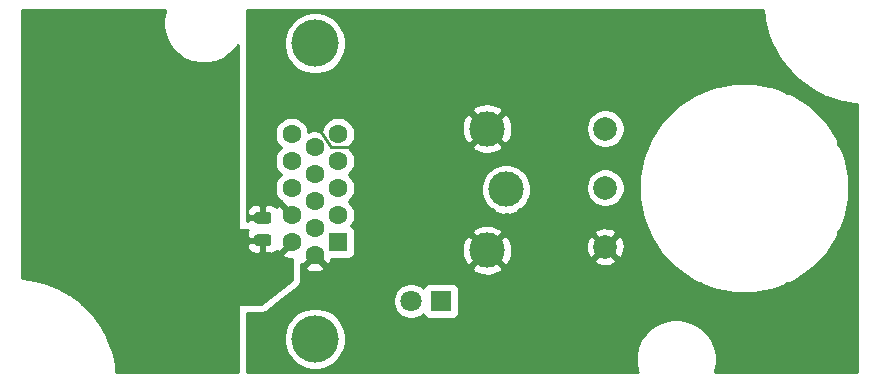
<source format=gbl>
G04 #@! TF.GenerationSoftware,KiCad,Pcbnew,5.1.10-88a1d61d58~90~ubuntu20.04.1*
G04 #@! TF.CreationDate,2021-10-27T23:57:33-06:00*
G04 #@! TF.ProjectId,Z680 Standalone Subwoofer,5a363830-2053-4746-916e-64616c6f6e65,rev?*
G04 #@! TF.SameCoordinates,Original*
G04 #@! TF.FileFunction,Copper,L2,Bot*
G04 #@! TF.FilePolarity,Positive*
%FSLAX46Y46*%
G04 Gerber Fmt 4.6, Leading zero omitted, Abs format (unit mm)*
G04 Created by KiCad (PCBNEW 5.1.10-88a1d61d58~90~ubuntu20.04.1) date 2021-10-27 23:57:33*
%MOMM*%
%LPD*%
G01*
G04 APERTURE LIST*
G04 #@! TA.AperFunction,ComponentPad*
%ADD10C,3.000000*%
G04 #@! TD*
G04 #@! TA.AperFunction,ComponentPad*
%ADD11C,4.000000*%
G04 #@! TD*
G04 #@! TA.AperFunction,ComponentPad*
%ADD12C,1.600000*%
G04 #@! TD*
G04 #@! TA.AperFunction,ComponentPad*
%ADD13R,1.600000X1.600000*%
G04 #@! TD*
G04 #@! TA.AperFunction,ComponentPad*
%ADD14C,2.000000*%
G04 #@! TD*
G04 #@! TA.AperFunction,ComponentPad*
%ADD15C,1.800000*%
G04 #@! TD*
G04 #@! TA.AperFunction,ComponentPad*
%ADD16R,1.800000X1.800000*%
G04 #@! TD*
G04 #@! TA.AperFunction,ViaPad*
%ADD17C,0.700000*%
G04 #@! TD*
G04 #@! TA.AperFunction,Conductor*
%ADD18C,0.250000*%
G04 #@! TD*
G04 #@! TA.AperFunction,Conductor*
%ADD19C,0.254000*%
G04 #@! TD*
G04 #@! TA.AperFunction,Conductor*
%ADD20C,0.150000*%
G04 #@! TD*
G04 APERTURE END LIST*
D10*
X50000000Y-20700000D03*
X50000000Y-31000000D03*
X51600000Y-25850000D03*
D11*
X35420000Y-38485000D03*
X35420000Y-13485000D03*
D12*
X33440000Y-21140000D03*
X33440000Y-23430000D03*
X33440000Y-25720000D03*
X33440000Y-28010000D03*
X33440000Y-30300000D03*
X35420000Y-22285000D03*
X35420000Y-24575000D03*
X35420000Y-26865000D03*
X35420000Y-29155000D03*
X35420000Y-31445000D03*
X37400000Y-21140000D03*
X37400000Y-23430000D03*
X37400000Y-25720000D03*
X37400000Y-28010000D03*
D13*
X37400000Y-30300000D03*
D14*
X60000000Y-25700000D03*
X60000000Y-30700000D03*
X60000000Y-20700000D03*
D15*
X43560000Y-35300000D03*
D16*
X46100000Y-35300000D03*
G04 #@! TA.AperFunction,SMDPad,CuDef*
G36*
G01*
X30525000Y-29650000D02*
X31475000Y-29650000D01*
G75*
G02*
X31725000Y-29900000I0J-250000D01*
G01*
X31725000Y-30400000D01*
G75*
G02*
X31475000Y-30650000I-250000J0D01*
G01*
X30525000Y-30650000D01*
G75*
G02*
X30275000Y-30400000I0J250000D01*
G01*
X30275000Y-29900000D01*
G75*
G02*
X30525000Y-29650000I250000J0D01*
G01*
G37*
G04 #@! TD.AperFunction*
G04 #@! TA.AperFunction,SMDPad,CuDef*
G36*
G01*
X30525000Y-27750000D02*
X31475000Y-27750000D01*
G75*
G02*
X31725000Y-28000000I0J-250000D01*
G01*
X31725000Y-28500000D01*
G75*
G02*
X31475000Y-28750000I-250000J0D01*
G01*
X30525000Y-28750000D01*
G75*
G02*
X30275000Y-28500000I0J250000D01*
G01*
X30275000Y-28000000D01*
G75*
G02*
X30525000Y-27750000I250000J0D01*
G01*
G37*
G04 #@! TD.AperFunction*
D17*
X20750000Y-30750000D03*
X24750000Y-30750000D03*
X23750000Y-34750000D03*
X22750000Y-34750000D03*
X21750000Y-34750000D03*
X23750000Y-33750000D03*
X22750000Y-33750000D03*
X21750000Y-33750000D03*
X21750000Y-32750000D03*
X22750000Y-32750000D03*
X23750000Y-32750000D03*
X23750000Y-31750000D03*
X22750000Y-31750000D03*
X21750000Y-31750000D03*
X21750000Y-30750000D03*
X22750000Y-30750000D03*
X23750000Y-30750000D03*
X23750000Y-35750000D03*
X22750000Y-35750000D03*
X21750000Y-35750000D03*
X20750000Y-33750000D03*
X20750000Y-34750000D03*
X24750000Y-34750000D03*
X24750000Y-33750000D03*
X24750000Y-32750000D03*
X20750000Y-32750000D03*
X20750000Y-35750000D03*
X24750000Y-35750000D03*
X24750000Y-31750000D03*
X20750000Y-31750000D03*
X26500000Y-32500000D03*
X26500000Y-34000000D03*
X23500000Y-37500000D03*
X22000000Y-37500000D03*
X19000000Y-32500000D03*
X19000000Y-34000000D03*
X17000000Y-31500000D03*
X16000000Y-29000000D03*
X28500000Y-31500000D03*
X29500000Y-30500000D03*
X31500000Y-31500000D03*
X32500000Y-32500000D03*
X30000000Y-31500000D03*
X11000000Y-11000000D03*
X22400000Y-11000000D03*
X17000000Y-11000000D03*
X11000000Y-33000000D03*
X11000000Y-22000000D03*
X28500000Y-22000000D03*
X11000000Y-16500000D03*
X11000000Y-27500000D03*
X28500000Y-16500000D03*
X19000000Y-41000000D03*
X28500000Y-41000000D03*
X28500000Y-36000000D03*
X31000000Y-35000000D03*
X16500000Y-35500000D03*
X17000000Y-16500000D03*
X22400000Y-16500000D03*
X22400000Y-22000000D03*
X17000000Y-22000000D03*
X56183330Y-14350000D03*
X49141665Y-14400000D03*
X44916666Y-14400000D03*
X51958331Y-14400000D03*
X47733332Y-14400000D03*
X59000000Y-14450000D03*
X43508333Y-14400000D03*
X46324999Y-14400000D03*
X53366664Y-14400000D03*
X54774997Y-14400000D03*
X50549998Y-14400000D03*
X42100000Y-14400000D03*
X57591663Y-14400000D03*
X58700000Y-23200000D03*
X61375000Y-23075000D03*
X61050000Y-19100000D03*
X59000000Y-16950000D03*
X60000000Y-17950000D03*
X57591663Y-16900000D03*
X42100000Y-16900000D03*
X43508333Y-16900000D03*
X44916666Y-16900000D03*
X46324999Y-16900000D03*
X47733332Y-16900000D03*
X49141665Y-16900000D03*
X50549998Y-16900000D03*
X51958331Y-16900000D03*
X53366664Y-16900000D03*
X54774997Y-16900000D03*
X56183330Y-16850000D03*
X38750000Y-20150000D03*
X39550000Y-19350000D03*
X40300000Y-18600000D03*
X41150000Y-17750000D03*
X36250000Y-19800000D03*
X36800000Y-18750000D03*
X37650000Y-17950000D03*
X38450000Y-17150000D03*
X39300000Y-16250000D03*
X40200000Y-15400000D03*
X41000000Y-14650000D03*
X58450000Y-19500000D03*
X56900000Y-19550000D03*
X57100000Y-21850000D03*
X58500000Y-21850000D03*
X53750000Y-26850000D03*
X54350000Y-24600000D03*
X55200000Y-23700000D03*
X56100000Y-22800000D03*
X50250000Y-23700000D03*
X53050000Y-22650000D03*
X53900000Y-21800000D03*
X54800000Y-20850000D03*
X55600000Y-20050000D03*
X60250000Y-14750000D03*
X61000000Y-15450000D03*
X61700000Y-16200000D03*
X62400000Y-16950000D03*
X63200000Y-17700000D03*
X63350000Y-22350000D03*
X63350000Y-21250000D03*
X63350000Y-20150000D03*
X63350000Y-18950000D03*
X62700000Y-24600000D03*
X61900000Y-25750000D03*
X61300000Y-27100000D03*
X60000000Y-27600000D03*
X58650000Y-27100000D03*
X58150000Y-25700000D03*
X58650000Y-24400000D03*
X35800000Y-20700000D03*
X39150000Y-21150000D03*
X49150000Y-25650000D03*
X51650000Y-28150000D03*
X51650000Y-23250000D03*
X49500000Y-24600000D03*
X49500000Y-26850000D03*
X50400000Y-27750000D03*
X54000000Y-25650000D03*
X52850000Y-27750000D03*
X38800000Y-22300000D03*
X31700000Y-24600000D03*
X30000000Y-26350000D03*
X34600000Y-34250000D03*
X50000000Y-37333330D03*
X40050000Y-37500000D03*
X39350000Y-31250000D03*
X42100000Y-34050000D03*
X30000000Y-41000000D03*
X34000000Y-41000000D03*
X38000000Y-41000000D03*
X42000000Y-41000000D03*
X46000000Y-41000000D03*
X50000000Y-41000000D03*
X54000000Y-41000000D03*
X58000000Y-41000000D03*
X62000000Y-41000000D03*
X69600000Y-41000000D03*
X73333333Y-41000000D03*
X77166666Y-41000000D03*
X81000000Y-41000000D03*
X81000000Y-33666664D03*
X81000000Y-29999998D03*
X81000000Y-26333332D03*
X81000000Y-22666666D03*
X81000000Y-19000000D03*
X30000000Y-11000000D03*
X33909090Y-11000000D03*
X37818180Y-11000000D03*
X41727270Y-11000000D03*
X45636360Y-11000000D03*
X49545450Y-11000000D03*
X53454540Y-11000000D03*
X57363630Y-11000000D03*
X61272720Y-11000000D03*
X65250000Y-11000000D03*
X69250000Y-11000000D03*
X73000000Y-11000000D03*
X30000000Y-15000000D03*
X30000000Y-19000000D03*
X30000000Y-23000000D03*
X30000000Y-37000000D03*
X33000000Y-36000000D03*
X72000000Y-35000000D03*
X72000000Y-16500000D03*
X66500000Y-18000000D03*
X78000000Y-19000000D03*
X78000000Y-32500000D03*
X65000000Y-32000000D03*
X63000000Y-29000000D03*
X68000000Y-34000000D03*
X75500000Y-34000000D03*
X69000000Y-17000000D03*
X75500000Y-17500000D03*
X64500000Y-20000000D03*
X80000000Y-22000000D03*
X80000000Y-29500000D03*
X77000000Y-17500000D03*
X39000000Y-24500000D03*
X39000000Y-27000000D03*
X32000000Y-27000000D03*
X37500000Y-32000000D03*
X52000000Y-32500000D03*
X48000000Y-32500000D03*
X52000000Y-29000000D03*
X48000000Y-22500000D03*
X52000000Y-22500000D03*
X52000000Y-19000000D03*
X48000000Y-19000000D03*
X61500000Y-29500000D03*
X58500000Y-29500000D03*
X58500000Y-32000000D03*
X61500000Y-32000000D03*
X81000000Y-37333330D03*
X58000000Y-37333330D03*
X62000000Y-37333330D03*
X69600000Y-37333330D03*
X69250000Y-14500000D03*
X65250000Y-14500000D03*
X74000000Y-14500000D03*
X48000000Y-29000000D03*
D18*
X35800000Y-20700000D02*
X36750000Y-22250000D01*
X36750000Y-22250000D02*
X36900000Y-22300000D01*
X36900000Y-22300000D02*
X38800000Y-22300000D01*
D19*
X73440955Y-11308425D02*
X73446629Y-11344251D01*
X73451175Y-11380236D01*
X73455535Y-11400487D01*
X73455538Y-11400505D01*
X73455542Y-11400518D01*
X73710702Y-12501352D01*
X73721367Y-12536021D01*
X73730938Y-12571006D01*
X73738114Y-12590458D01*
X74145842Y-13644369D01*
X74161289Y-13677197D01*
X74175691Y-13710477D01*
X74185536Y-13728724D01*
X74737693Y-14714672D01*
X74757613Y-14744998D01*
X74776560Y-14775916D01*
X74788869Y-14792581D01*
X74788877Y-14792593D01*
X74788884Y-14792601D01*
X75474448Y-15690905D01*
X75498435Y-15718113D01*
X75521555Y-15746061D01*
X75536100Y-15760837D01*
X76341406Y-16553590D01*
X76368999Y-16577157D01*
X76395815Y-16601557D01*
X76412296Y-16614136D01*
X77321266Y-17285511D01*
X77351896Y-17304949D01*
X77381891Y-17325334D01*
X77399981Y-17335465D01*
X78394479Y-17872067D01*
X78427539Y-17886995D01*
X78460111Y-17902951D01*
X78479441Y-17910429D01*
X78479447Y-17910432D01*
X78479452Y-17910433D01*
X79539634Y-18301555D01*
X79574482Y-18311680D01*
X79608962Y-18322883D01*
X79629143Y-18327561D01*
X79629160Y-18327566D01*
X79629174Y-18327568D01*
X80733879Y-18565405D01*
X80769811Y-18570519D01*
X80805520Y-18576751D01*
X80826176Y-18578541D01*
X81340000Y-18614922D01*
X81340001Y-41340000D01*
X69257866Y-41340000D01*
X69295303Y-41249619D01*
X69427000Y-40587530D01*
X69427000Y-39912470D01*
X69295303Y-39250381D01*
X69036968Y-38626707D01*
X68661925Y-38065415D01*
X68184585Y-37588075D01*
X67623293Y-37213032D01*
X66999619Y-36954697D01*
X66337530Y-36823000D01*
X65662470Y-36823000D01*
X65000381Y-36954697D01*
X64376707Y-37213032D01*
X63815415Y-37588075D01*
X63338075Y-38065415D01*
X62963032Y-38626707D01*
X62704697Y-39250381D01*
X62573000Y-39912470D01*
X62573000Y-40587530D01*
X62704697Y-41249619D01*
X62742134Y-41340000D01*
X29635000Y-41340000D01*
X29635000Y-38225475D01*
X32785000Y-38225475D01*
X32785000Y-38744525D01*
X32886261Y-39253601D01*
X33084893Y-39733141D01*
X33373262Y-40164715D01*
X33740285Y-40531738D01*
X34171859Y-40820107D01*
X34651399Y-41018739D01*
X35160475Y-41120000D01*
X35679525Y-41120000D01*
X36188601Y-41018739D01*
X36668141Y-40820107D01*
X37099715Y-40531738D01*
X37466738Y-40164715D01*
X37755107Y-39733141D01*
X37953739Y-39253601D01*
X38055000Y-38744525D01*
X38055000Y-38225475D01*
X37953739Y-37716399D01*
X37755107Y-37236859D01*
X37466738Y-36805285D01*
X37099715Y-36438262D01*
X36668141Y-36149893D01*
X36188601Y-35951261D01*
X35679525Y-35850000D01*
X35160475Y-35850000D01*
X34651399Y-35951261D01*
X34171859Y-36149893D01*
X33740285Y-36438262D01*
X33373262Y-36805285D01*
X33084893Y-37236859D01*
X32886261Y-37716399D01*
X32785000Y-38225475D01*
X29635000Y-38225475D01*
X29635000Y-36335000D01*
X30900000Y-36335000D01*
X31068361Y-36312274D01*
X31184575Y-36267664D01*
X31289852Y-36201239D01*
X32642967Y-35148816D01*
X42025000Y-35148816D01*
X42025000Y-35451184D01*
X42083989Y-35747743D01*
X42199701Y-36027095D01*
X42367688Y-36278505D01*
X42581495Y-36492312D01*
X42832905Y-36660299D01*
X43112257Y-36776011D01*
X43408816Y-36835000D01*
X43711184Y-36835000D01*
X44007743Y-36776011D01*
X44287095Y-36660299D01*
X44538505Y-36492312D01*
X44604944Y-36425873D01*
X44610498Y-36444180D01*
X44669463Y-36554494D01*
X44748815Y-36651185D01*
X44845506Y-36730537D01*
X44955820Y-36789502D01*
X45075518Y-36825812D01*
X45200000Y-36838072D01*
X47000000Y-36838072D01*
X47124482Y-36825812D01*
X47244180Y-36789502D01*
X47354494Y-36730537D01*
X47451185Y-36651185D01*
X47530537Y-36554494D01*
X47589502Y-36444180D01*
X47625812Y-36324482D01*
X47638072Y-36200000D01*
X47638072Y-34400000D01*
X47625812Y-34275518D01*
X47589502Y-34155820D01*
X47530537Y-34045506D01*
X47451185Y-33948815D01*
X47354494Y-33869463D01*
X47244180Y-33810498D01*
X47124482Y-33774188D01*
X47000000Y-33761928D01*
X45200000Y-33761928D01*
X45075518Y-33774188D01*
X44955820Y-33810498D01*
X44845506Y-33869463D01*
X44748815Y-33948815D01*
X44669463Y-34045506D01*
X44610498Y-34155820D01*
X44604944Y-34174127D01*
X44538505Y-34107688D01*
X44287095Y-33939701D01*
X44007743Y-33823989D01*
X43711184Y-33765000D01*
X43408816Y-33765000D01*
X43112257Y-33823989D01*
X42832905Y-33939701D01*
X42581495Y-34107688D01*
X42367688Y-34321495D01*
X42199701Y-34572905D01*
X42083989Y-34852257D01*
X42025000Y-35148816D01*
X32642967Y-35148816D01*
X33989852Y-34101239D01*
X34049013Y-34049013D01*
X34127983Y-33952787D01*
X34186664Y-33843004D01*
X34222799Y-33723882D01*
X34235000Y-33600000D01*
X34235000Y-32437702D01*
X34606903Y-32437702D01*
X34678486Y-32681671D01*
X34933996Y-32802571D01*
X35208184Y-32871300D01*
X35490512Y-32885217D01*
X35770130Y-32843787D01*
X36036292Y-32748603D01*
X36161514Y-32681671D01*
X36217267Y-32491653D01*
X48687952Y-32491653D01*
X48843962Y-32807214D01*
X49218745Y-32998020D01*
X49623551Y-33112044D01*
X50042824Y-33144902D01*
X50460451Y-33095334D01*
X50860383Y-32965243D01*
X51156038Y-32807214D01*
X51312048Y-32491653D01*
X50000000Y-31179605D01*
X48687952Y-32491653D01*
X36217267Y-32491653D01*
X36233097Y-32437702D01*
X35420000Y-31624605D01*
X34606903Y-32437702D01*
X34235000Y-32437702D01*
X34235000Y-32201675D01*
X34427298Y-32258097D01*
X35240395Y-31445000D01*
X35226253Y-31430858D01*
X35405858Y-31251253D01*
X35420000Y-31265395D01*
X35434143Y-31251253D01*
X35613748Y-31430858D01*
X35599605Y-31445000D01*
X36412702Y-32258097D01*
X36656671Y-32186514D01*
X36777571Y-31931004D01*
X36825932Y-31738072D01*
X38200000Y-31738072D01*
X38324482Y-31725812D01*
X38444180Y-31689502D01*
X38554494Y-31630537D01*
X38651185Y-31551185D01*
X38730537Y-31454494D01*
X38789502Y-31344180D01*
X38825812Y-31224482D01*
X38838072Y-31100000D01*
X38838072Y-31042824D01*
X47855098Y-31042824D01*
X47904666Y-31460451D01*
X48034757Y-31860383D01*
X48192786Y-32156038D01*
X48508347Y-32312048D01*
X49820395Y-31000000D01*
X50179605Y-31000000D01*
X51491653Y-32312048D01*
X51807214Y-32156038D01*
X51970447Y-31835413D01*
X59044192Y-31835413D01*
X59139956Y-32099814D01*
X59429571Y-32240704D01*
X59741108Y-32322384D01*
X60062595Y-32341718D01*
X60381675Y-32297961D01*
X60686088Y-32192795D01*
X60860044Y-32099814D01*
X60955808Y-31835413D01*
X60000000Y-30879605D01*
X59044192Y-31835413D01*
X51970447Y-31835413D01*
X51998020Y-31781255D01*
X52112044Y-31376449D01*
X52144902Y-30957176D01*
X52121808Y-30762595D01*
X58358282Y-30762595D01*
X58402039Y-31081675D01*
X58507205Y-31386088D01*
X58600186Y-31560044D01*
X58864587Y-31655808D01*
X59820395Y-30700000D01*
X60179605Y-30700000D01*
X61135413Y-31655808D01*
X61399814Y-31560044D01*
X61540704Y-31270429D01*
X61622384Y-30958892D01*
X61641718Y-30637405D01*
X61597961Y-30318325D01*
X61492795Y-30013912D01*
X61399814Y-29839956D01*
X61135413Y-29744192D01*
X60179605Y-30700000D01*
X59820395Y-30700000D01*
X58864587Y-29744192D01*
X58600186Y-29839956D01*
X58459296Y-30129571D01*
X58377616Y-30441108D01*
X58358282Y-30762595D01*
X52121808Y-30762595D01*
X52095334Y-30539549D01*
X51965243Y-30139617D01*
X51807214Y-29843962D01*
X51491653Y-29687952D01*
X50179605Y-31000000D01*
X49820395Y-31000000D01*
X48508347Y-29687952D01*
X48192786Y-29843962D01*
X48001980Y-30218745D01*
X47887956Y-30623551D01*
X47855098Y-31042824D01*
X38838072Y-31042824D01*
X38838072Y-29508347D01*
X48687952Y-29508347D01*
X50000000Y-30820395D01*
X51255808Y-29564587D01*
X59044192Y-29564587D01*
X60000000Y-30520395D01*
X60955808Y-29564587D01*
X60860044Y-29300186D01*
X60570429Y-29159296D01*
X60258892Y-29077616D01*
X59937405Y-29058282D01*
X59618325Y-29102039D01*
X59313912Y-29207205D01*
X59139956Y-29300186D01*
X59044192Y-29564587D01*
X51255808Y-29564587D01*
X51312048Y-29508347D01*
X51156038Y-29192786D01*
X50781255Y-29001980D01*
X50376449Y-28887956D01*
X49957176Y-28855098D01*
X49539549Y-28904666D01*
X49139617Y-29034757D01*
X48843962Y-29192786D01*
X48687952Y-29508347D01*
X38838072Y-29508347D01*
X38838072Y-29500000D01*
X38825812Y-29375518D01*
X38789502Y-29255820D01*
X38730537Y-29145506D01*
X38651185Y-29048815D01*
X38554494Y-28969463D01*
X38499388Y-28940008D01*
X38514637Y-28924759D01*
X38671680Y-28689727D01*
X38779853Y-28428574D01*
X38835000Y-28151335D01*
X38835000Y-27868665D01*
X38779853Y-27591426D01*
X38671680Y-27330273D01*
X38514637Y-27095241D01*
X38314759Y-26895363D01*
X38269317Y-26865000D01*
X38314759Y-26834637D01*
X38514637Y-26634759D01*
X38671680Y-26399727D01*
X38779853Y-26138574D01*
X38835000Y-25861335D01*
X38835000Y-25639721D01*
X49465000Y-25639721D01*
X49465000Y-26060279D01*
X49547047Y-26472756D01*
X49707988Y-26861302D01*
X49941637Y-27210983D01*
X50239017Y-27508363D01*
X50588698Y-27742012D01*
X50977244Y-27902953D01*
X51389721Y-27985000D01*
X51810279Y-27985000D01*
X52222756Y-27902953D01*
X52611302Y-27742012D01*
X52960983Y-27508363D01*
X53258363Y-27210983D01*
X53492012Y-26861302D01*
X53652953Y-26472756D01*
X53735000Y-26060279D01*
X53735000Y-25639721D01*
X53714959Y-25538967D01*
X58365000Y-25538967D01*
X58365000Y-25861033D01*
X58427832Y-26176912D01*
X58551082Y-26474463D01*
X58730013Y-26742252D01*
X58957748Y-26969987D01*
X59225537Y-27148918D01*
X59523088Y-27272168D01*
X59838967Y-27335000D01*
X60161033Y-27335000D01*
X60476912Y-27272168D01*
X60774463Y-27148918D01*
X61042252Y-26969987D01*
X61269987Y-26742252D01*
X61448918Y-26474463D01*
X61572168Y-26176912D01*
X61635000Y-25861033D01*
X61635000Y-25538967D01*
X61572168Y-25223088D01*
X61448918Y-24925537D01*
X61381678Y-24824904D01*
X62865000Y-24824904D01*
X62865000Y-26575096D01*
X63206445Y-28291659D01*
X63876215Y-29908626D01*
X64848570Y-31363858D01*
X66086142Y-32601430D01*
X67541374Y-33573785D01*
X69158341Y-34243555D01*
X70874904Y-34585000D01*
X72625096Y-34585000D01*
X74341659Y-34243555D01*
X75958626Y-33573785D01*
X77413858Y-32601430D01*
X78651430Y-31363858D01*
X79623785Y-29908626D01*
X80293555Y-28291659D01*
X80635000Y-26575096D01*
X80635000Y-24824904D01*
X80293555Y-23108341D01*
X79623785Y-21491374D01*
X78651430Y-20036142D01*
X77413858Y-18798570D01*
X75958626Y-17826215D01*
X74341659Y-17156445D01*
X72625096Y-16815000D01*
X70874904Y-16815000D01*
X69158341Y-17156445D01*
X67541374Y-17826215D01*
X66086142Y-18798570D01*
X64848570Y-20036142D01*
X63876215Y-21491374D01*
X63206445Y-23108341D01*
X62865000Y-24824904D01*
X61381678Y-24824904D01*
X61269987Y-24657748D01*
X61042252Y-24430013D01*
X60774463Y-24251082D01*
X60476912Y-24127832D01*
X60161033Y-24065000D01*
X59838967Y-24065000D01*
X59523088Y-24127832D01*
X59225537Y-24251082D01*
X58957748Y-24430013D01*
X58730013Y-24657748D01*
X58551082Y-24925537D01*
X58427832Y-25223088D01*
X58365000Y-25538967D01*
X53714959Y-25538967D01*
X53652953Y-25227244D01*
X53492012Y-24838698D01*
X53258363Y-24489017D01*
X52960983Y-24191637D01*
X52611302Y-23957988D01*
X52222756Y-23797047D01*
X51810279Y-23715000D01*
X51389721Y-23715000D01*
X50977244Y-23797047D01*
X50588698Y-23957988D01*
X50239017Y-24191637D01*
X49941637Y-24489017D01*
X49707988Y-24838698D01*
X49547047Y-25227244D01*
X49465000Y-25639721D01*
X38835000Y-25639721D01*
X38835000Y-25578665D01*
X38779853Y-25301426D01*
X38671680Y-25040273D01*
X38514637Y-24805241D01*
X38314759Y-24605363D01*
X38269317Y-24575000D01*
X38314759Y-24544637D01*
X38514637Y-24344759D01*
X38671680Y-24109727D01*
X38779853Y-23848574D01*
X38835000Y-23571335D01*
X38835000Y-23288665D01*
X38779853Y-23011426D01*
X38671680Y-22750273D01*
X38514637Y-22515241D01*
X38314759Y-22315363D01*
X38269317Y-22285000D01*
X38314759Y-22254637D01*
X38377743Y-22191653D01*
X48687952Y-22191653D01*
X48843962Y-22507214D01*
X49218745Y-22698020D01*
X49623551Y-22812044D01*
X50042824Y-22844902D01*
X50460451Y-22795334D01*
X50860383Y-22665243D01*
X51156038Y-22507214D01*
X51312048Y-22191653D01*
X50000000Y-20879605D01*
X48687952Y-22191653D01*
X38377743Y-22191653D01*
X38514637Y-22054759D01*
X38671680Y-21819727D01*
X38779853Y-21558574D01*
X38835000Y-21281335D01*
X38835000Y-20998665D01*
X38784110Y-20742824D01*
X47855098Y-20742824D01*
X47904666Y-21160451D01*
X48034757Y-21560383D01*
X48192786Y-21856038D01*
X48508347Y-22012048D01*
X49820395Y-20700000D01*
X50179605Y-20700000D01*
X51491653Y-22012048D01*
X51807214Y-21856038D01*
X51998020Y-21481255D01*
X52112044Y-21076449D01*
X52144902Y-20657176D01*
X52130872Y-20538967D01*
X58365000Y-20538967D01*
X58365000Y-20861033D01*
X58427832Y-21176912D01*
X58551082Y-21474463D01*
X58730013Y-21742252D01*
X58957748Y-21969987D01*
X59225537Y-22148918D01*
X59523088Y-22272168D01*
X59838967Y-22335000D01*
X60161033Y-22335000D01*
X60476912Y-22272168D01*
X60774463Y-22148918D01*
X61042252Y-21969987D01*
X61269987Y-21742252D01*
X61448918Y-21474463D01*
X61572168Y-21176912D01*
X61635000Y-20861033D01*
X61635000Y-20538967D01*
X61572168Y-20223088D01*
X61448918Y-19925537D01*
X61269987Y-19657748D01*
X61042252Y-19430013D01*
X60774463Y-19251082D01*
X60476912Y-19127832D01*
X60161033Y-19065000D01*
X59838967Y-19065000D01*
X59523088Y-19127832D01*
X59225537Y-19251082D01*
X58957748Y-19430013D01*
X58730013Y-19657748D01*
X58551082Y-19925537D01*
X58427832Y-20223088D01*
X58365000Y-20538967D01*
X52130872Y-20538967D01*
X52095334Y-20239549D01*
X51965243Y-19839617D01*
X51807214Y-19543962D01*
X51491653Y-19387952D01*
X50179605Y-20700000D01*
X49820395Y-20700000D01*
X48508347Y-19387952D01*
X48192786Y-19543962D01*
X48001980Y-19918745D01*
X47887956Y-20323551D01*
X47855098Y-20742824D01*
X38784110Y-20742824D01*
X38779853Y-20721426D01*
X38671680Y-20460273D01*
X38514637Y-20225241D01*
X38314759Y-20025363D01*
X38079727Y-19868320D01*
X37818574Y-19760147D01*
X37541335Y-19705000D01*
X37258665Y-19705000D01*
X36981426Y-19760147D01*
X36720273Y-19868320D01*
X36485241Y-20025363D01*
X36285363Y-20225241D01*
X36128320Y-20460273D01*
X36020147Y-20721426D01*
X35972562Y-20960647D01*
X35838574Y-20905147D01*
X35561335Y-20850000D01*
X35278665Y-20850000D01*
X35001426Y-20905147D01*
X34867438Y-20960647D01*
X34819853Y-20721426D01*
X34711680Y-20460273D01*
X34554637Y-20225241D01*
X34354759Y-20025363D01*
X34119727Y-19868320D01*
X33858574Y-19760147D01*
X33581335Y-19705000D01*
X33298665Y-19705000D01*
X33021426Y-19760147D01*
X32760273Y-19868320D01*
X32525241Y-20025363D01*
X32325363Y-20225241D01*
X32168320Y-20460273D01*
X32060147Y-20721426D01*
X32005000Y-20998665D01*
X32005000Y-21281335D01*
X32060147Y-21558574D01*
X32168320Y-21819727D01*
X32325363Y-22054759D01*
X32525241Y-22254637D01*
X32570683Y-22285000D01*
X32525241Y-22315363D01*
X32325363Y-22515241D01*
X32168320Y-22750273D01*
X32060147Y-23011426D01*
X32005000Y-23288665D01*
X32005000Y-23571335D01*
X32060147Y-23848574D01*
X32168320Y-24109727D01*
X32325363Y-24344759D01*
X32525241Y-24544637D01*
X32570683Y-24575000D01*
X32525241Y-24605363D01*
X32325363Y-24805241D01*
X32168320Y-25040273D01*
X32060147Y-25301426D01*
X32005000Y-25578665D01*
X32005000Y-25861335D01*
X32060147Y-26138574D01*
X32168320Y-26399727D01*
X32325363Y-26634759D01*
X32525241Y-26834637D01*
X32655049Y-26921372D01*
X32626903Y-27017298D01*
X33440000Y-27830395D01*
X33454143Y-27816253D01*
X33633748Y-27995858D01*
X33619605Y-28010000D01*
X33633748Y-28024143D01*
X33454143Y-28203748D01*
X33440000Y-28189605D01*
X33425858Y-28203748D01*
X33246253Y-28024143D01*
X33260395Y-28010000D01*
X32447298Y-27196903D01*
X32203329Y-27268486D01*
X32184300Y-27308703D01*
X32176185Y-27298815D01*
X32079494Y-27219463D01*
X31969180Y-27160498D01*
X31849482Y-27124188D01*
X31725000Y-27111928D01*
X31285750Y-27115000D01*
X31127000Y-27273750D01*
X31127000Y-28123000D01*
X31147000Y-28123000D01*
X31147000Y-28377000D01*
X31127000Y-28377000D01*
X31127000Y-28397000D01*
X30873000Y-28397000D01*
X30873000Y-28377000D01*
X29798750Y-28377000D01*
X29640000Y-28535750D01*
X29639581Y-28565000D01*
X29635000Y-28565000D01*
X29635000Y-27750000D01*
X29636928Y-27750000D01*
X29640000Y-27964250D01*
X29798750Y-28123000D01*
X30873000Y-28123000D01*
X30873000Y-27273750D01*
X30714250Y-27115000D01*
X30275000Y-27111928D01*
X30150518Y-27124188D01*
X30030820Y-27160498D01*
X29920506Y-27219463D01*
X29823815Y-27298815D01*
X29744463Y-27395506D01*
X29685498Y-27505820D01*
X29649188Y-27625518D01*
X29636928Y-27750000D01*
X29635000Y-27750000D01*
X29635000Y-19208347D01*
X48687952Y-19208347D01*
X50000000Y-20520395D01*
X51312048Y-19208347D01*
X51156038Y-18892786D01*
X50781255Y-18701980D01*
X50376449Y-18587956D01*
X49957176Y-18555098D01*
X49539549Y-18604666D01*
X49139617Y-18734757D01*
X48843962Y-18892786D01*
X48687952Y-19208347D01*
X29635000Y-19208347D01*
X29635000Y-13225475D01*
X32785000Y-13225475D01*
X32785000Y-13744525D01*
X32886261Y-14253601D01*
X33084893Y-14733141D01*
X33373262Y-15164715D01*
X33740285Y-15531738D01*
X34171859Y-15820107D01*
X34651399Y-16018739D01*
X35160475Y-16120000D01*
X35679525Y-16120000D01*
X36188601Y-16018739D01*
X36668141Y-15820107D01*
X37099715Y-15531738D01*
X37466738Y-15164715D01*
X37755107Y-14733141D01*
X37953739Y-14253601D01*
X38055000Y-13744525D01*
X38055000Y-13225475D01*
X37953739Y-12716399D01*
X37755107Y-12236859D01*
X37466738Y-11805285D01*
X37099715Y-11438262D01*
X36668141Y-11149893D01*
X36188601Y-10951261D01*
X35679525Y-10850000D01*
X35160475Y-10850000D01*
X34651399Y-10951261D01*
X34171859Y-11149893D01*
X33740285Y-11438262D01*
X33373262Y-11805285D01*
X33084893Y-12236859D01*
X32886261Y-12716399D01*
X32785000Y-13225475D01*
X29635000Y-13225475D01*
X29635000Y-10660000D01*
X73384795Y-10660000D01*
X73440955Y-11308425D01*
G04 #@! TA.AperFunction,Conductor*
D20*
G36*
X73440955Y-11308425D02*
G01*
X73446629Y-11344251D01*
X73451175Y-11380236D01*
X73455535Y-11400487D01*
X73455538Y-11400505D01*
X73455542Y-11400518D01*
X73710702Y-12501352D01*
X73721367Y-12536021D01*
X73730938Y-12571006D01*
X73738114Y-12590458D01*
X74145842Y-13644369D01*
X74161289Y-13677197D01*
X74175691Y-13710477D01*
X74185536Y-13728724D01*
X74737693Y-14714672D01*
X74757613Y-14744998D01*
X74776560Y-14775916D01*
X74788869Y-14792581D01*
X74788877Y-14792593D01*
X74788884Y-14792601D01*
X75474448Y-15690905D01*
X75498435Y-15718113D01*
X75521555Y-15746061D01*
X75536100Y-15760837D01*
X76341406Y-16553590D01*
X76368999Y-16577157D01*
X76395815Y-16601557D01*
X76412296Y-16614136D01*
X77321266Y-17285511D01*
X77351896Y-17304949D01*
X77381891Y-17325334D01*
X77399981Y-17335465D01*
X78394479Y-17872067D01*
X78427539Y-17886995D01*
X78460111Y-17902951D01*
X78479441Y-17910429D01*
X78479447Y-17910432D01*
X78479452Y-17910433D01*
X79539634Y-18301555D01*
X79574482Y-18311680D01*
X79608962Y-18322883D01*
X79629143Y-18327561D01*
X79629160Y-18327566D01*
X79629174Y-18327568D01*
X80733879Y-18565405D01*
X80769811Y-18570519D01*
X80805520Y-18576751D01*
X80826176Y-18578541D01*
X81340000Y-18614922D01*
X81340001Y-41340000D01*
X69257866Y-41340000D01*
X69295303Y-41249619D01*
X69427000Y-40587530D01*
X69427000Y-39912470D01*
X69295303Y-39250381D01*
X69036968Y-38626707D01*
X68661925Y-38065415D01*
X68184585Y-37588075D01*
X67623293Y-37213032D01*
X66999619Y-36954697D01*
X66337530Y-36823000D01*
X65662470Y-36823000D01*
X65000381Y-36954697D01*
X64376707Y-37213032D01*
X63815415Y-37588075D01*
X63338075Y-38065415D01*
X62963032Y-38626707D01*
X62704697Y-39250381D01*
X62573000Y-39912470D01*
X62573000Y-40587530D01*
X62704697Y-41249619D01*
X62742134Y-41340000D01*
X29635000Y-41340000D01*
X29635000Y-38225475D01*
X32785000Y-38225475D01*
X32785000Y-38744525D01*
X32886261Y-39253601D01*
X33084893Y-39733141D01*
X33373262Y-40164715D01*
X33740285Y-40531738D01*
X34171859Y-40820107D01*
X34651399Y-41018739D01*
X35160475Y-41120000D01*
X35679525Y-41120000D01*
X36188601Y-41018739D01*
X36668141Y-40820107D01*
X37099715Y-40531738D01*
X37466738Y-40164715D01*
X37755107Y-39733141D01*
X37953739Y-39253601D01*
X38055000Y-38744525D01*
X38055000Y-38225475D01*
X37953739Y-37716399D01*
X37755107Y-37236859D01*
X37466738Y-36805285D01*
X37099715Y-36438262D01*
X36668141Y-36149893D01*
X36188601Y-35951261D01*
X35679525Y-35850000D01*
X35160475Y-35850000D01*
X34651399Y-35951261D01*
X34171859Y-36149893D01*
X33740285Y-36438262D01*
X33373262Y-36805285D01*
X33084893Y-37236859D01*
X32886261Y-37716399D01*
X32785000Y-38225475D01*
X29635000Y-38225475D01*
X29635000Y-36335000D01*
X30900000Y-36335000D01*
X31068361Y-36312274D01*
X31184575Y-36267664D01*
X31289852Y-36201239D01*
X32642967Y-35148816D01*
X42025000Y-35148816D01*
X42025000Y-35451184D01*
X42083989Y-35747743D01*
X42199701Y-36027095D01*
X42367688Y-36278505D01*
X42581495Y-36492312D01*
X42832905Y-36660299D01*
X43112257Y-36776011D01*
X43408816Y-36835000D01*
X43711184Y-36835000D01*
X44007743Y-36776011D01*
X44287095Y-36660299D01*
X44538505Y-36492312D01*
X44604944Y-36425873D01*
X44610498Y-36444180D01*
X44669463Y-36554494D01*
X44748815Y-36651185D01*
X44845506Y-36730537D01*
X44955820Y-36789502D01*
X45075518Y-36825812D01*
X45200000Y-36838072D01*
X47000000Y-36838072D01*
X47124482Y-36825812D01*
X47244180Y-36789502D01*
X47354494Y-36730537D01*
X47451185Y-36651185D01*
X47530537Y-36554494D01*
X47589502Y-36444180D01*
X47625812Y-36324482D01*
X47638072Y-36200000D01*
X47638072Y-34400000D01*
X47625812Y-34275518D01*
X47589502Y-34155820D01*
X47530537Y-34045506D01*
X47451185Y-33948815D01*
X47354494Y-33869463D01*
X47244180Y-33810498D01*
X47124482Y-33774188D01*
X47000000Y-33761928D01*
X45200000Y-33761928D01*
X45075518Y-33774188D01*
X44955820Y-33810498D01*
X44845506Y-33869463D01*
X44748815Y-33948815D01*
X44669463Y-34045506D01*
X44610498Y-34155820D01*
X44604944Y-34174127D01*
X44538505Y-34107688D01*
X44287095Y-33939701D01*
X44007743Y-33823989D01*
X43711184Y-33765000D01*
X43408816Y-33765000D01*
X43112257Y-33823989D01*
X42832905Y-33939701D01*
X42581495Y-34107688D01*
X42367688Y-34321495D01*
X42199701Y-34572905D01*
X42083989Y-34852257D01*
X42025000Y-35148816D01*
X32642967Y-35148816D01*
X33989852Y-34101239D01*
X34049013Y-34049013D01*
X34127983Y-33952787D01*
X34186664Y-33843004D01*
X34222799Y-33723882D01*
X34235000Y-33600000D01*
X34235000Y-32437702D01*
X34606903Y-32437702D01*
X34678486Y-32681671D01*
X34933996Y-32802571D01*
X35208184Y-32871300D01*
X35490512Y-32885217D01*
X35770130Y-32843787D01*
X36036292Y-32748603D01*
X36161514Y-32681671D01*
X36217267Y-32491653D01*
X48687952Y-32491653D01*
X48843962Y-32807214D01*
X49218745Y-32998020D01*
X49623551Y-33112044D01*
X50042824Y-33144902D01*
X50460451Y-33095334D01*
X50860383Y-32965243D01*
X51156038Y-32807214D01*
X51312048Y-32491653D01*
X50000000Y-31179605D01*
X48687952Y-32491653D01*
X36217267Y-32491653D01*
X36233097Y-32437702D01*
X35420000Y-31624605D01*
X34606903Y-32437702D01*
X34235000Y-32437702D01*
X34235000Y-32201675D01*
X34427298Y-32258097D01*
X35240395Y-31445000D01*
X35226253Y-31430858D01*
X35405858Y-31251253D01*
X35420000Y-31265395D01*
X35434143Y-31251253D01*
X35613748Y-31430858D01*
X35599605Y-31445000D01*
X36412702Y-32258097D01*
X36656671Y-32186514D01*
X36777571Y-31931004D01*
X36825932Y-31738072D01*
X38200000Y-31738072D01*
X38324482Y-31725812D01*
X38444180Y-31689502D01*
X38554494Y-31630537D01*
X38651185Y-31551185D01*
X38730537Y-31454494D01*
X38789502Y-31344180D01*
X38825812Y-31224482D01*
X38838072Y-31100000D01*
X38838072Y-31042824D01*
X47855098Y-31042824D01*
X47904666Y-31460451D01*
X48034757Y-31860383D01*
X48192786Y-32156038D01*
X48508347Y-32312048D01*
X49820395Y-31000000D01*
X50179605Y-31000000D01*
X51491653Y-32312048D01*
X51807214Y-32156038D01*
X51970447Y-31835413D01*
X59044192Y-31835413D01*
X59139956Y-32099814D01*
X59429571Y-32240704D01*
X59741108Y-32322384D01*
X60062595Y-32341718D01*
X60381675Y-32297961D01*
X60686088Y-32192795D01*
X60860044Y-32099814D01*
X60955808Y-31835413D01*
X60000000Y-30879605D01*
X59044192Y-31835413D01*
X51970447Y-31835413D01*
X51998020Y-31781255D01*
X52112044Y-31376449D01*
X52144902Y-30957176D01*
X52121808Y-30762595D01*
X58358282Y-30762595D01*
X58402039Y-31081675D01*
X58507205Y-31386088D01*
X58600186Y-31560044D01*
X58864587Y-31655808D01*
X59820395Y-30700000D01*
X60179605Y-30700000D01*
X61135413Y-31655808D01*
X61399814Y-31560044D01*
X61540704Y-31270429D01*
X61622384Y-30958892D01*
X61641718Y-30637405D01*
X61597961Y-30318325D01*
X61492795Y-30013912D01*
X61399814Y-29839956D01*
X61135413Y-29744192D01*
X60179605Y-30700000D01*
X59820395Y-30700000D01*
X58864587Y-29744192D01*
X58600186Y-29839956D01*
X58459296Y-30129571D01*
X58377616Y-30441108D01*
X58358282Y-30762595D01*
X52121808Y-30762595D01*
X52095334Y-30539549D01*
X51965243Y-30139617D01*
X51807214Y-29843962D01*
X51491653Y-29687952D01*
X50179605Y-31000000D01*
X49820395Y-31000000D01*
X48508347Y-29687952D01*
X48192786Y-29843962D01*
X48001980Y-30218745D01*
X47887956Y-30623551D01*
X47855098Y-31042824D01*
X38838072Y-31042824D01*
X38838072Y-29508347D01*
X48687952Y-29508347D01*
X50000000Y-30820395D01*
X51255808Y-29564587D01*
X59044192Y-29564587D01*
X60000000Y-30520395D01*
X60955808Y-29564587D01*
X60860044Y-29300186D01*
X60570429Y-29159296D01*
X60258892Y-29077616D01*
X59937405Y-29058282D01*
X59618325Y-29102039D01*
X59313912Y-29207205D01*
X59139956Y-29300186D01*
X59044192Y-29564587D01*
X51255808Y-29564587D01*
X51312048Y-29508347D01*
X51156038Y-29192786D01*
X50781255Y-29001980D01*
X50376449Y-28887956D01*
X49957176Y-28855098D01*
X49539549Y-28904666D01*
X49139617Y-29034757D01*
X48843962Y-29192786D01*
X48687952Y-29508347D01*
X38838072Y-29508347D01*
X38838072Y-29500000D01*
X38825812Y-29375518D01*
X38789502Y-29255820D01*
X38730537Y-29145506D01*
X38651185Y-29048815D01*
X38554494Y-28969463D01*
X38499388Y-28940008D01*
X38514637Y-28924759D01*
X38671680Y-28689727D01*
X38779853Y-28428574D01*
X38835000Y-28151335D01*
X38835000Y-27868665D01*
X38779853Y-27591426D01*
X38671680Y-27330273D01*
X38514637Y-27095241D01*
X38314759Y-26895363D01*
X38269317Y-26865000D01*
X38314759Y-26834637D01*
X38514637Y-26634759D01*
X38671680Y-26399727D01*
X38779853Y-26138574D01*
X38835000Y-25861335D01*
X38835000Y-25639721D01*
X49465000Y-25639721D01*
X49465000Y-26060279D01*
X49547047Y-26472756D01*
X49707988Y-26861302D01*
X49941637Y-27210983D01*
X50239017Y-27508363D01*
X50588698Y-27742012D01*
X50977244Y-27902953D01*
X51389721Y-27985000D01*
X51810279Y-27985000D01*
X52222756Y-27902953D01*
X52611302Y-27742012D01*
X52960983Y-27508363D01*
X53258363Y-27210983D01*
X53492012Y-26861302D01*
X53652953Y-26472756D01*
X53735000Y-26060279D01*
X53735000Y-25639721D01*
X53714959Y-25538967D01*
X58365000Y-25538967D01*
X58365000Y-25861033D01*
X58427832Y-26176912D01*
X58551082Y-26474463D01*
X58730013Y-26742252D01*
X58957748Y-26969987D01*
X59225537Y-27148918D01*
X59523088Y-27272168D01*
X59838967Y-27335000D01*
X60161033Y-27335000D01*
X60476912Y-27272168D01*
X60774463Y-27148918D01*
X61042252Y-26969987D01*
X61269987Y-26742252D01*
X61448918Y-26474463D01*
X61572168Y-26176912D01*
X61635000Y-25861033D01*
X61635000Y-25538967D01*
X61572168Y-25223088D01*
X61448918Y-24925537D01*
X61381678Y-24824904D01*
X62865000Y-24824904D01*
X62865000Y-26575096D01*
X63206445Y-28291659D01*
X63876215Y-29908626D01*
X64848570Y-31363858D01*
X66086142Y-32601430D01*
X67541374Y-33573785D01*
X69158341Y-34243555D01*
X70874904Y-34585000D01*
X72625096Y-34585000D01*
X74341659Y-34243555D01*
X75958626Y-33573785D01*
X77413858Y-32601430D01*
X78651430Y-31363858D01*
X79623785Y-29908626D01*
X80293555Y-28291659D01*
X80635000Y-26575096D01*
X80635000Y-24824904D01*
X80293555Y-23108341D01*
X79623785Y-21491374D01*
X78651430Y-20036142D01*
X77413858Y-18798570D01*
X75958626Y-17826215D01*
X74341659Y-17156445D01*
X72625096Y-16815000D01*
X70874904Y-16815000D01*
X69158341Y-17156445D01*
X67541374Y-17826215D01*
X66086142Y-18798570D01*
X64848570Y-20036142D01*
X63876215Y-21491374D01*
X63206445Y-23108341D01*
X62865000Y-24824904D01*
X61381678Y-24824904D01*
X61269987Y-24657748D01*
X61042252Y-24430013D01*
X60774463Y-24251082D01*
X60476912Y-24127832D01*
X60161033Y-24065000D01*
X59838967Y-24065000D01*
X59523088Y-24127832D01*
X59225537Y-24251082D01*
X58957748Y-24430013D01*
X58730013Y-24657748D01*
X58551082Y-24925537D01*
X58427832Y-25223088D01*
X58365000Y-25538967D01*
X53714959Y-25538967D01*
X53652953Y-25227244D01*
X53492012Y-24838698D01*
X53258363Y-24489017D01*
X52960983Y-24191637D01*
X52611302Y-23957988D01*
X52222756Y-23797047D01*
X51810279Y-23715000D01*
X51389721Y-23715000D01*
X50977244Y-23797047D01*
X50588698Y-23957988D01*
X50239017Y-24191637D01*
X49941637Y-24489017D01*
X49707988Y-24838698D01*
X49547047Y-25227244D01*
X49465000Y-25639721D01*
X38835000Y-25639721D01*
X38835000Y-25578665D01*
X38779853Y-25301426D01*
X38671680Y-25040273D01*
X38514637Y-24805241D01*
X38314759Y-24605363D01*
X38269317Y-24575000D01*
X38314759Y-24544637D01*
X38514637Y-24344759D01*
X38671680Y-24109727D01*
X38779853Y-23848574D01*
X38835000Y-23571335D01*
X38835000Y-23288665D01*
X38779853Y-23011426D01*
X38671680Y-22750273D01*
X38514637Y-22515241D01*
X38314759Y-22315363D01*
X38269317Y-22285000D01*
X38314759Y-22254637D01*
X38377743Y-22191653D01*
X48687952Y-22191653D01*
X48843962Y-22507214D01*
X49218745Y-22698020D01*
X49623551Y-22812044D01*
X50042824Y-22844902D01*
X50460451Y-22795334D01*
X50860383Y-22665243D01*
X51156038Y-22507214D01*
X51312048Y-22191653D01*
X50000000Y-20879605D01*
X48687952Y-22191653D01*
X38377743Y-22191653D01*
X38514637Y-22054759D01*
X38671680Y-21819727D01*
X38779853Y-21558574D01*
X38835000Y-21281335D01*
X38835000Y-20998665D01*
X38784110Y-20742824D01*
X47855098Y-20742824D01*
X47904666Y-21160451D01*
X48034757Y-21560383D01*
X48192786Y-21856038D01*
X48508347Y-22012048D01*
X49820395Y-20700000D01*
X50179605Y-20700000D01*
X51491653Y-22012048D01*
X51807214Y-21856038D01*
X51998020Y-21481255D01*
X52112044Y-21076449D01*
X52144902Y-20657176D01*
X52130872Y-20538967D01*
X58365000Y-20538967D01*
X58365000Y-20861033D01*
X58427832Y-21176912D01*
X58551082Y-21474463D01*
X58730013Y-21742252D01*
X58957748Y-21969987D01*
X59225537Y-22148918D01*
X59523088Y-22272168D01*
X59838967Y-22335000D01*
X60161033Y-22335000D01*
X60476912Y-22272168D01*
X60774463Y-22148918D01*
X61042252Y-21969987D01*
X61269987Y-21742252D01*
X61448918Y-21474463D01*
X61572168Y-21176912D01*
X61635000Y-20861033D01*
X61635000Y-20538967D01*
X61572168Y-20223088D01*
X61448918Y-19925537D01*
X61269987Y-19657748D01*
X61042252Y-19430013D01*
X60774463Y-19251082D01*
X60476912Y-19127832D01*
X60161033Y-19065000D01*
X59838967Y-19065000D01*
X59523088Y-19127832D01*
X59225537Y-19251082D01*
X58957748Y-19430013D01*
X58730013Y-19657748D01*
X58551082Y-19925537D01*
X58427832Y-20223088D01*
X58365000Y-20538967D01*
X52130872Y-20538967D01*
X52095334Y-20239549D01*
X51965243Y-19839617D01*
X51807214Y-19543962D01*
X51491653Y-19387952D01*
X50179605Y-20700000D01*
X49820395Y-20700000D01*
X48508347Y-19387952D01*
X48192786Y-19543962D01*
X48001980Y-19918745D01*
X47887956Y-20323551D01*
X47855098Y-20742824D01*
X38784110Y-20742824D01*
X38779853Y-20721426D01*
X38671680Y-20460273D01*
X38514637Y-20225241D01*
X38314759Y-20025363D01*
X38079727Y-19868320D01*
X37818574Y-19760147D01*
X37541335Y-19705000D01*
X37258665Y-19705000D01*
X36981426Y-19760147D01*
X36720273Y-19868320D01*
X36485241Y-20025363D01*
X36285363Y-20225241D01*
X36128320Y-20460273D01*
X36020147Y-20721426D01*
X35972562Y-20960647D01*
X35838574Y-20905147D01*
X35561335Y-20850000D01*
X35278665Y-20850000D01*
X35001426Y-20905147D01*
X34867438Y-20960647D01*
X34819853Y-20721426D01*
X34711680Y-20460273D01*
X34554637Y-20225241D01*
X34354759Y-20025363D01*
X34119727Y-19868320D01*
X33858574Y-19760147D01*
X33581335Y-19705000D01*
X33298665Y-19705000D01*
X33021426Y-19760147D01*
X32760273Y-19868320D01*
X32525241Y-20025363D01*
X32325363Y-20225241D01*
X32168320Y-20460273D01*
X32060147Y-20721426D01*
X32005000Y-20998665D01*
X32005000Y-21281335D01*
X32060147Y-21558574D01*
X32168320Y-21819727D01*
X32325363Y-22054759D01*
X32525241Y-22254637D01*
X32570683Y-22285000D01*
X32525241Y-22315363D01*
X32325363Y-22515241D01*
X32168320Y-22750273D01*
X32060147Y-23011426D01*
X32005000Y-23288665D01*
X32005000Y-23571335D01*
X32060147Y-23848574D01*
X32168320Y-24109727D01*
X32325363Y-24344759D01*
X32525241Y-24544637D01*
X32570683Y-24575000D01*
X32525241Y-24605363D01*
X32325363Y-24805241D01*
X32168320Y-25040273D01*
X32060147Y-25301426D01*
X32005000Y-25578665D01*
X32005000Y-25861335D01*
X32060147Y-26138574D01*
X32168320Y-26399727D01*
X32325363Y-26634759D01*
X32525241Y-26834637D01*
X32655049Y-26921372D01*
X32626903Y-27017298D01*
X33440000Y-27830395D01*
X33454143Y-27816253D01*
X33633748Y-27995858D01*
X33619605Y-28010000D01*
X33633748Y-28024143D01*
X33454143Y-28203748D01*
X33440000Y-28189605D01*
X33425858Y-28203748D01*
X33246253Y-28024143D01*
X33260395Y-28010000D01*
X32447298Y-27196903D01*
X32203329Y-27268486D01*
X32184300Y-27308703D01*
X32176185Y-27298815D01*
X32079494Y-27219463D01*
X31969180Y-27160498D01*
X31849482Y-27124188D01*
X31725000Y-27111928D01*
X31285750Y-27115000D01*
X31127000Y-27273750D01*
X31127000Y-28123000D01*
X31147000Y-28123000D01*
X31147000Y-28377000D01*
X31127000Y-28377000D01*
X31127000Y-28397000D01*
X30873000Y-28397000D01*
X30873000Y-28377000D01*
X29798750Y-28377000D01*
X29640000Y-28535750D01*
X29639581Y-28565000D01*
X29635000Y-28565000D01*
X29635000Y-27750000D01*
X29636928Y-27750000D01*
X29640000Y-27964250D01*
X29798750Y-28123000D01*
X30873000Y-28123000D01*
X30873000Y-27273750D01*
X30714250Y-27115000D01*
X30275000Y-27111928D01*
X30150518Y-27124188D01*
X30030820Y-27160498D01*
X29920506Y-27219463D01*
X29823815Y-27298815D01*
X29744463Y-27395506D01*
X29685498Y-27505820D01*
X29649188Y-27625518D01*
X29636928Y-27750000D01*
X29635000Y-27750000D01*
X29635000Y-19208347D01*
X48687952Y-19208347D01*
X50000000Y-20520395D01*
X51312048Y-19208347D01*
X51156038Y-18892786D01*
X50781255Y-18701980D01*
X50376449Y-18587956D01*
X49957176Y-18555098D01*
X49539549Y-18604666D01*
X49139617Y-18734757D01*
X48843962Y-18892786D01*
X48687952Y-19208347D01*
X29635000Y-19208347D01*
X29635000Y-13225475D01*
X32785000Y-13225475D01*
X32785000Y-13744525D01*
X32886261Y-14253601D01*
X33084893Y-14733141D01*
X33373262Y-15164715D01*
X33740285Y-15531738D01*
X34171859Y-15820107D01*
X34651399Y-16018739D01*
X35160475Y-16120000D01*
X35679525Y-16120000D01*
X36188601Y-16018739D01*
X36668141Y-15820107D01*
X37099715Y-15531738D01*
X37466738Y-15164715D01*
X37755107Y-14733141D01*
X37953739Y-14253601D01*
X38055000Y-13744525D01*
X38055000Y-13225475D01*
X37953739Y-12716399D01*
X37755107Y-12236859D01*
X37466738Y-11805285D01*
X37099715Y-11438262D01*
X36668141Y-11149893D01*
X36188601Y-10951261D01*
X35679525Y-10850000D01*
X35160475Y-10850000D01*
X34651399Y-10951261D01*
X34171859Y-11149893D01*
X33740285Y-11438262D01*
X33373262Y-11805285D01*
X33084893Y-12236859D01*
X32886261Y-12716399D01*
X32785000Y-13225475D01*
X29635000Y-13225475D01*
X29635000Y-10660000D01*
X73384795Y-10660000D01*
X73440955Y-11308425D01*
G37*
G04 #@! TD.AperFunction*
D19*
X22704697Y-10750381D02*
X22573000Y-11412470D01*
X22573000Y-12087530D01*
X22704697Y-12749619D01*
X22963032Y-13373293D01*
X23338075Y-13934585D01*
X23815415Y-14411925D01*
X24376707Y-14786968D01*
X25000381Y-15045303D01*
X25662470Y-15177000D01*
X26337530Y-15177000D01*
X26999619Y-15045303D01*
X27623293Y-14786968D01*
X28184585Y-14411925D01*
X28661925Y-13934585D01*
X28873000Y-13618689D01*
X28873000Y-29200000D01*
X28875440Y-29224776D01*
X28882667Y-29248601D01*
X28894403Y-29270557D01*
X28910197Y-29289803D01*
X28929443Y-29305597D01*
X28951399Y-29317333D01*
X28975224Y-29324560D01*
X29000000Y-29327000D01*
X29727629Y-29327000D01*
X29685498Y-29405820D01*
X29649188Y-29525518D01*
X29636928Y-29650000D01*
X29640000Y-29864250D01*
X29798750Y-30023000D01*
X30873000Y-30023000D01*
X30873000Y-30003000D01*
X31127000Y-30003000D01*
X31127000Y-30023000D01*
X31147000Y-30023000D01*
X31147000Y-30277000D01*
X31127000Y-30277000D01*
X31127000Y-31126250D01*
X31285750Y-31285000D01*
X31725000Y-31288072D01*
X31849482Y-31275812D01*
X31969180Y-31239502D01*
X32079494Y-31180537D01*
X32176185Y-31101185D01*
X32220920Y-31046675D01*
X32447298Y-31113097D01*
X33260395Y-30300000D01*
X33246253Y-30285858D01*
X33425858Y-30106253D01*
X33440000Y-30120395D01*
X33454143Y-30106253D01*
X33473000Y-30125110D01*
X33473000Y-30474890D01*
X33454143Y-30493748D01*
X33440000Y-30479605D01*
X32626903Y-31292702D01*
X32698486Y-31536671D01*
X32953996Y-31657571D01*
X33228184Y-31726300D01*
X33473000Y-31738368D01*
X33473000Y-33537886D01*
X30856425Y-35573000D01*
X29000000Y-35573000D01*
X28975224Y-35575440D01*
X28951399Y-35582667D01*
X28929443Y-35594403D01*
X28910197Y-35610197D01*
X28894403Y-35629443D01*
X28882667Y-35651399D01*
X28875440Y-35675224D01*
X28873000Y-35700000D01*
X28873000Y-41340000D01*
X18615205Y-41340000D01*
X18559045Y-40691575D01*
X18553371Y-40655749D01*
X18548825Y-40619764D01*
X18544465Y-40599513D01*
X18544462Y-40599495D01*
X18544458Y-40599482D01*
X18289298Y-39498648D01*
X18278633Y-39463979D01*
X18269062Y-39428994D01*
X18261886Y-39409541D01*
X17854158Y-38355631D01*
X17838708Y-38322798D01*
X17824309Y-38289523D01*
X17814464Y-38271276D01*
X17814464Y-38271275D01*
X17814460Y-38271269D01*
X17262307Y-37285327D01*
X17242375Y-37254984D01*
X17223440Y-37224084D01*
X17211122Y-37207406D01*
X16525552Y-36309095D01*
X16501563Y-36281885D01*
X16478445Y-36253940D01*
X16463908Y-36239173D01*
X16463900Y-36239163D01*
X16463892Y-36239156D01*
X15658595Y-35446410D01*
X15630986Y-35422830D01*
X15604185Y-35398443D01*
X15587712Y-35385871D01*
X15587704Y-35385864D01*
X15587697Y-35385859D01*
X14678734Y-34714489D01*
X14648104Y-34695051D01*
X14618109Y-34674666D01*
X14600019Y-34664535D01*
X13605520Y-34127932D01*
X13572446Y-34112998D01*
X13539889Y-34097049D01*
X13520567Y-34089574D01*
X13520552Y-34089567D01*
X13520539Y-34089563D01*
X12460366Y-33698445D01*
X12425535Y-33688325D01*
X12391039Y-33677117D01*
X12370841Y-33672435D01*
X11266121Y-33434595D01*
X11230191Y-33429481D01*
X11194480Y-33423249D01*
X11173824Y-33421459D01*
X10660000Y-33385078D01*
X10660000Y-30650000D01*
X29636928Y-30650000D01*
X29649188Y-30774482D01*
X29685498Y-30894180D01*
X29744463Y-31004494D01*
X29823815Y-31101185D01*
X29920506Y-31180537D01*
X30030820Y-31239502D01*
X30150518Y-31275812D01*
X30275000Y-31288072D01*
X30714250Y-31285000D01*
X30873000Y-31126250D01*
X30873000Y-30277000D01*
X29798750Y-30277000D01*
X29640000Y-30435750D01*
X29636928Y-30650000D01*
X10660000Y-30650000D01*
X10660000Y-10660000D01*
X22742134Y-10660000D01*
X22704697Y-10750381D01*
G04 #@! TA.AperFunction,Conductor*
D20*
G36*
X22704697Y-10750381D02*
G01*
X22573000Y-11412470D01*
X22573000Y-12087530D01*
X22704697Y-12749619D01*
X22963032Y-13373293D01*
X23338075Y-13934585D01*
X23815415Y-14411925D01*
X24376707Y-14786968D01*
X25000381Y-15045303D01*
X25662470Y-15177000D01*
X26337530Y-15177000D01*
X26999619Y-15045303D01*
X27623293Y-14786968D01*
X28184585Y-14411925D01*
X28661925Y-13934585D01*
X28873000Y-13618689D01*
X28873000Y-29200000D01*
X28875440Y-29224776D01*
X28882667Y-29248601D01*
X28894403Y-29270557D01*
X28910197Y-29289803D01*
X28929443Y-29305597D01*
X28951399Y-29317333D01*
X28975224Y-29324560D01*
X29000000Y-29327000D01*
X29727629Y-29327000D01*
X29685498Y-29405820D01*
X29649188Y-29525518D01*
X29636928Y-29650000D01*
X29640000Y-29864250D01*
X29798750Y-30023000D01*
X30873000Y-30023000D01*
X30873000Y-30003000D01*
X31127000Y-30003000D01*
X31127000Y-30023000D01*
X31147000Y-30023000D01*
X31147000Y-30277000D01*
X31127000Y-30277000D01*
X31127000Y-31126250D01*
X31285750Y-31285000D01*
X31725000Y-31288072D01*
X31849482Y-31275812D01*
X31969180Y-31239502D01*
X32079494Y-31180537D01*
X32176185Y-31101185D01*
X32220920Y-31046675D01*
X32447298Y-31113097D01*
X33260395Y-30300000D01*
X33246253Y-30285858D01*
X33425858Y-30106253D01*
X33440000Y-30120395D01*
X33454143Y-30106253D01*
X33473000Y-30125110D01*
X33473000Y-30474890D01*
X33454143Y-30493748D01*
X33440000Y-30479605D01*
X32626903Y-31292702D01*
X32698486Y-31536671D01*
X32953996Y-31657571D01*
X33228184Y-31726300D01*
X33473000Y-31738368D01*
X33473000Y-33537886D01*
X30856425Y-35573000D01*
X29000000Y-35573000D01*
X28975224Y-35575440D01*
X28951399Y-35582667D01*
X28929443Y-35594403D01*
X28910197Y-35610197D01*
X28894403Y-35629443D01*
X28882667Y-35651399D01*
X28875440Y-35675224D01*
X28873000Y-35700000D01*
X28873000Y-41340000D01*
X18615205Y-41340000D01*
X18559045Y-40691575D01*
X18553371Y-40655749D01*
X18548825Y-40619764D01*
X18544465Y-40599513D01*
X18544462Y-40599495D01*
X18544458Y-40599482D01*
X18289298Y-39498648D01*
X18278633Y-39463979D01*
X18269062Y-39428994D01*
X18261886Y-39409541D01*
X17854158Y-38355631D01*
X17838708Y-38322798D01*
X17824309Y-38289523D01*
X17814464Y-38271276D01*
X17814464Y-38271275D01*
X17814460Y-38271269D01*
X17262307Y-37285327D01*
X17242375Y-37254984D01*
X17223440Y-37224084D01*
X17211122Y-37207406D01*
X16525552Y-36309095D01*
X16501563Y-36281885D01*
X16478445Y-36253940D01*
X16463908Y-36239173D01*
X16463900Y-36239163D01*
X16463892Y-36239156D01*
X15658595Y-35446410D01*
X15630986Y-35422830D01*
X15604185Y-35398443D01*
X15587712Y-35385871D01*
X15587704Y-35385864D01*
X15587697Y-35385859D01*
X14678734Y-34714489D01*
X14648104Y-34695051D01*
X14618109Y-34674666D01*
X14600019Y-34664535D01*
X13605520Y-34127932D01*
X13572446Y-34112998D01*
X13539889Y-34097049D01*
X13520567Y-34089574D01*
X13520552Y-34089567D01*
X13520539Y-34089563D01*
X12460366Y-33698445D01*
X12425535Y-33688325D01*
X12391039Y-33677117D01*
X12370841Y-33672435D01*
X11266121Y-33434595D01*
X11230191Y-33429481D01*
X11194480Y-33423249D01*
X11173824Y-33421459D01*
X10660000Y-33385078D01*
X10660000Y-30650000D01*
X29636928Y-30650000D01*
X29649188Y-30774482D01*
X29685498Y-30894180D01*
X29744463Y-31004494D01*
X29823815Y-31101185D01*
X29920506Y-31180537D01*
X30030820Y-31239502D01*
X30150518Y-31275812D01*
X30275000Y-31288072D01*
X30714250Y-31285000D01*
X30873000Y-31126250D01*
X30873000Y-30277000D01*
X29798750Y-30277000D01*
X29640000Y-30435750D01*
X29636928Y-30650000D01*
X10660000Y-30650000D01*
X10660000Y-10660000D01*
X22742134Y-10660000D01*
X22704697Y-10750381D01*
G37*
G04 #@! TD.AperFunction*
M02*

</source>
